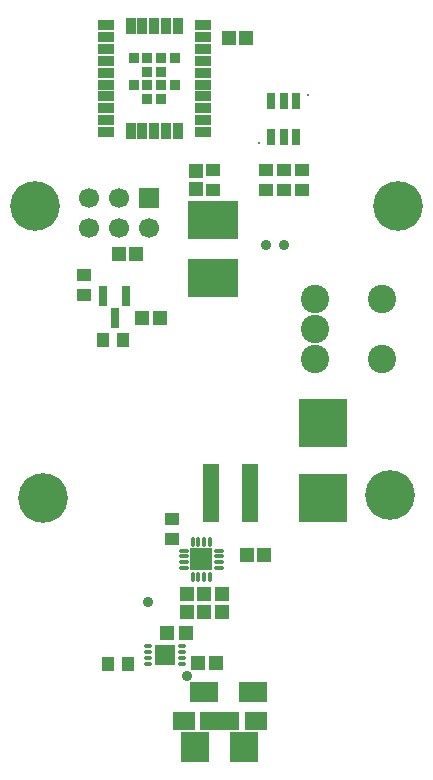
<source format=gts>
G04*
G04 #@! TF.GenerationSoftware,Altium Limited,Altium Designer,25.2.1 (25)*
G04*
G04 Layer_Color=8388736*
%FSLAX44Y44*%
%MOMM*%
G71*
G04*
G04 #@! TF.SameCoordinates,8C29F912-5D16-4966-89D4-FD56EA257BD5*
G04*
G04*
G04 #@! TF.FilePolarity,Negative*
G04*
G01*
G75*
G04:AMPARAMS|DCode=17|XSize=1.15mm|YSize=1.15mm|CornerRadius=0mm|HoleSize=0mm|Usage=FLASHONLY|Rotation=180.000|XOffset=0mm|YOffset=0mm|HoleType=Round|Shape=RoundedRectangle|*
%AMROUNDEDRECTD17*
21,1,1.1500,1.1500,0,0,180.0*
21,1,1.1500,1.1500,0,0,180.0*
1,1,0.0000,-0.5750,0.5750*
1,1,0.0000,0.5750,0.5750*
1,1,0.0000,0.5750,-0.5750*
1,1,0.0000,-0.5750,-0.5750*
%
%ADD17ROUNDEDRECTD17*%
%ADD18R,0.9000X1.3500*%
%ADD19R,1.2000X1.1000*%
%ADD20R,1.1000X1.2000*%
G04:AMPARAMS|DCode=21|XSize=1.15mm|YSize=1.15mm|CornerRadius=0mm|HoleSize=0mm|Usage=FLASHONLY|Rotation=90.000|XOffset=0mm|YOffset=0mm|HoleType=Round|Shape=RoundedRectangle|*
%AMROUNDEDRECTD21*
21,1,1.1500,1.1500,0,0,90.0*
21,1,1.1500,1.1500,0,0,90.0*
1,1,0.0000,0.5750,0.5750*
1,1,0.0000,0.5750,-0.5750*
1,1,0.0000,-0.5750,-0.5750*
1,1,0.0000,-0.5750,0.5750*
%
%ADD21ROUNDEDRECTD21*%
%ADD23R,1.3800X4.9000*%
%ADD24R,1.8800X1.8800*%
G04:AMPARAMS|DCode=25|XSize=0.4mm|YSize=0.8mm|CornerRadius=0.105mm|HoleSize=0mm|Usage=FLASHONLY|Rotation=0.000|XOffset=0mm|YOffset=0mm|HoleType=Round|Shape=RoundedRectangle|*
%AMROUNDEDRECTD25*
21,1,0.4000,0.5900,0,0,0.0*
21,1,0.1900,0.8000,0,0,0.0*
1,1,0.2100,0.0950,-0.2950*
1,1,0.2100,-0.0950,-0.2950*
1,1,0.2100,-0.0950,0.2950*
1,1,0.2100,0.0950,0.2950*
%
%ADD25ROUNDEDRECTD25*%
G04:AMPARAMS|DCode=26|XSize=0.4mm|YSize=0.8mm|CornerRadius=0.105mm|HoleSize=0mm|Usage=FLASHONLY|Rotation=270.000|XOffset=0mm|YOffset=0mm|HoleType=Round|Shape=RoundedRectangle|*
%AMROUNDEDRECTD26*
21,1,0.4000,0.5900,0,0,270.0*
21,1,0.1900,0.8000,0,0,270.0*
1,1,0.2100,-0.2950,-0.0950*
1,1,0.2100,-0.2950,0.0950*
1,1,0.2100,0.2950,0.0950*
1,1,0.2100,0.2950,-0.0950*
%
%ADD26ROUNDEDRECTD26*%
%ADD27R,2.4500X2.5000*%
%ADD28R,1.9500X1.5000*%
%ADD29R,0.7000X1.5000*%
%ADD30R,0.8000X1.7000*%
%ADD31R,1.3500X0.9000*%
%ADD32R,0.9000X0.9000*%
G04:AMPARAMS|DCode=33|XSize=0.7mm|YSize=0.4mm|CornerRadius=0.15mm|HoleSize=0mm|Usage=FLASHONLY|Rotation=180.000|XOffset=0mm|YOffset=0mm|HoleType=Round|Shape=RoundedRectangle|*
%AMROUNDEDRECTD33*
21,1,0.7000,0.1000,0,0,180.0*
21,1,0.4000,0.4000,0,0,180.0*
1,1,0.3000,-0.2000,0.0500*
1,1,0.3000,0.2000,0.0500*
1,1,0.3000,0.2000,-0.0500*
1,1,0.3000,-0.2000,-0.0500*
%
%ADD33ROUNDEDRECTD33*%
%ADD34R,1.7000X1.7500*%
%ADD35R,0.8000X1.4000*%
%ADD36R,2.4000X1.7500*%
%ADD37R,1.2000X1.2000*%
%ADD38R,4.1000X4.1000*%
%ADD39C,4.2000*%
%ADD40R,4.2000X3.2000*%
%ADD41C,2.4000*%
%ADD42C,1.7000*%
%ADD43R,1.7000X1.7000*%
%ADD44C,0.2000*%
%ADD45C,0.9000*%
%ADD46C,0.6000*%
D17*
X138555Y171001D02*
D03*
X153555D02*
D03*
X50055Y372042D02*
D03*
X65055D02*
D03*
X112190Y79868D02*
D03*
X97190D02*
D03*
X123310Y609346D02*
D03*
X138310D02*
D03*
X30092Y425958D02*
D03*
X45092D02*
D03*
D18*
X40220Y618910D02*
D03*
X80220D02*
D03*
X50220D02*
D03*
X60220D02*
D03*
X70220D02*
D03*
X80220Y530410D02*
D03*
X70220D02*
D03*
X60220D02*
D03*
X50220D02*
D03*
X40220D02*
D03*
D19*
X155033Y480553D02*
D03*
Y497553D02*
D03*
X185513Y480467D02*
D03*
Y497467D02*
D03*
X74930Y202184D02*
D03*
Y185184D02*
D03*
X625Y391222D02*
D03*
Y408222D02*
D03*
X170180Y497704D02*
D03*
Y480704D02*
D03*
X110296Y480689D02*
D03*
Y497689D02*
D03*
D20*
X33823Y353568D02*
D03*
X16823D02*
D03*
X21354Y79248D02*
D03*
X38354D02*
D03*
D21*
X87668Y137926D02*
D03*
Y122926D02*
D03*
X117573Y138057D02*
D03*
Y123057D02*
D03*
X102718Y137988D02*
D03*
Y122988D02*
D03*
X95407Y481099D02*
D03*
Y496099D02*
D03*
D23*
X108527Y223686D02*
D03*
X141627D02*
D03*
D24*
X100148Y167638D02*
D03*
D25*
X107648Y182138D02*
D03*
X102648D02*
D03*
X97648D02*
D03*
X92648D02*
D03*
Y153138D02*
D03*
X97648D02*
D03*
X102648D02*
D03*
X107648D02*
D03*
D26*
X85648Y175138D02*
D03*
Y170138D02*
D03*
Y165138D02*
D03*
Y160138D02*
D03*
X114648D02*
D03*
Y165138D02*
D03*
Y170138D02*
D03*
Y175138D02*
D03*
D27*
X136440Y9075D02*
D03*
X94940D02*
D03*
D28*
X146170Y30935D02*
D03*
X85210D02*
D03*
D29*
X128690Y31115D02*
D03*
X122190D02*
D03*
X115690D02*
D03*
X109190D02*
D03*
X102690D02*
D03*
D30*
X26605Y372042D02*
D03*
X17105Y391042D02*
D03*
X36105D02*
D03*
D31*
X18970Y529660D02*
D03*
Y539660D02*
D03*
Y549660D02*
D03*
Y559660D02*
D03*
Y569660D02*
D03*
Y579660D02*
D03*
Y589660D02*
D03*
Y599660D02*
D03*
Y609660D02*
D03*
Y619660D02*
D03*
X101470D02*
D03*
Y609660D02*
D03*
Y599660D02*
D03*
Y589660D02*
D03*
Y579660D02*
D03*
Y569660D02*
D03*
Y559660D02*
D03*
Y549660D02*
D03*
Y539660D02*
D03*
Y529660D02*
D03*
D32*
X42970Y568960D02*
D03*
X54470D02*
D03*
Y557460D02*
D03*
X65970Y568960D02*
D03*
Y557460D02*
D03*
X77470Y568960D02*
D03*
X54470Y580460D02*
D03*
X65970D02*
D03*
X54470Y591960D02*
D03*
X65970D02*
D03*
X77470D02*
D03*
X42970D02*
D03*
D33*
X83438Y79368D02*
D03*
Y84368D02*
D03*
Y89368D02*
D03*
Y94368D02*
D03*
X54738D02*
D03*
Y89368D02*
D03*
Y84368D02*
D03*
Y79368D02*
D03*
D34*
X69088Y86868D02*
D03*
D35*
X158922Y525348D02*
D03*
Y555348D02*
D03*
X169672Y525348D02*
D03*
Y555348D02*
D03*
X180422Y525348D02*
D03*
Y555348D02*
D03*
D36*
X143690Y55118D02*
D03*
X102690D02*
D03*
D37*
X71200Y105314D02*
D03*
X87200D02*
D03*
D38*
X203248Y283210D02*
D03*
Y219710D02*
D03*
D39*
X259842Y222504D02*
D03*
X-34036Y219710D02*
D03*
X266954Y466598D02*
D03*
X-40640Y467106D02*
D03*
D40*
X109878Y455136D02*
D03*
Y405606D02*
D03*
D41*
X196088Y388366D02*
D03*
Y337566D02*
D03*
X253238Y388366D02*
D03*
Y337566D02*
D03*
X196088Y362966D02*
D03*
D42*
X5283Y448360D02*
D03*
Y473760D02*
D03*
X30684Y448360D02*
D03*
Y473760D02*
D03*
X56083Y448360D02*
D03*
D43*
Y473760D02*
D03*
D44*
X190164Y561162D02*
D03*
X148508Y519760D02*
D03*
D45*
X54517Y131723D02*
D03*
X87630Y68822D02*
D03*
X170180Y433578D02*
D03*
X155033D02*
D03*
D46*
X100148Y167638D02*
D03*
M02*

</source>
